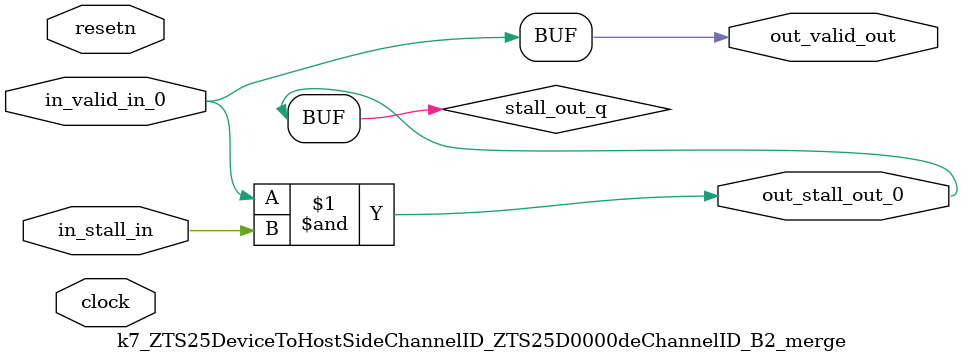
<source format=sv>



(* altera_attribute = "-name AUTO_SHIFT_REGISTER_RECOGNITION OFF; -name MESSAGE_DISABLE 10036; -name MESSAGE_DISABLE 10037; -name MESSAGE_DISABLE 14130; -name MESSAGE_DISABLE 14320; -name MESSAGE_DISABLE 15400; -name MESSAGE_DISABLE 14130; -name MESSAGE_DISABLE 10036; -name MESSAGE_DISABLE 12020; -name MESSAGE_DISABLE 12030; -name MESSAGE_DISABLE 12010; -name MESSAGE_DISABLE 12110; -name MESSAGE_DISABLE 14320; -name MESSAGE_DISABLE 13410; -name MESSAGE_DISABLE 113007; -name MESSAGE_DISABLE 10958" *)
module k7_ZTS25DeviceToHostSideChannelID_ZTS25D0000deChannelID_B2_merge (
    input wire [0:0] in_stall_in,
    input wire [0:0] in_valid_in_0,
    output wire [0:0] out_stall_out_0,
    output wire [0:0] out_valid_out,
    input wire clock,
    input wire resetn
    );

    wire [0:0] stall_out_q;


    // stall_out(LOGICAL,6)
    assign stall_out_q = in_valid_in_0 & in_stall_in;

    // out_stall_out_0(GPOUT,4)
    assign out_stall_out_0 = stall_out_q;

    // out_valid_out(GPOUT,5)
    assign out_valid_out = in_valid_in_0;

endmodule

</source>
